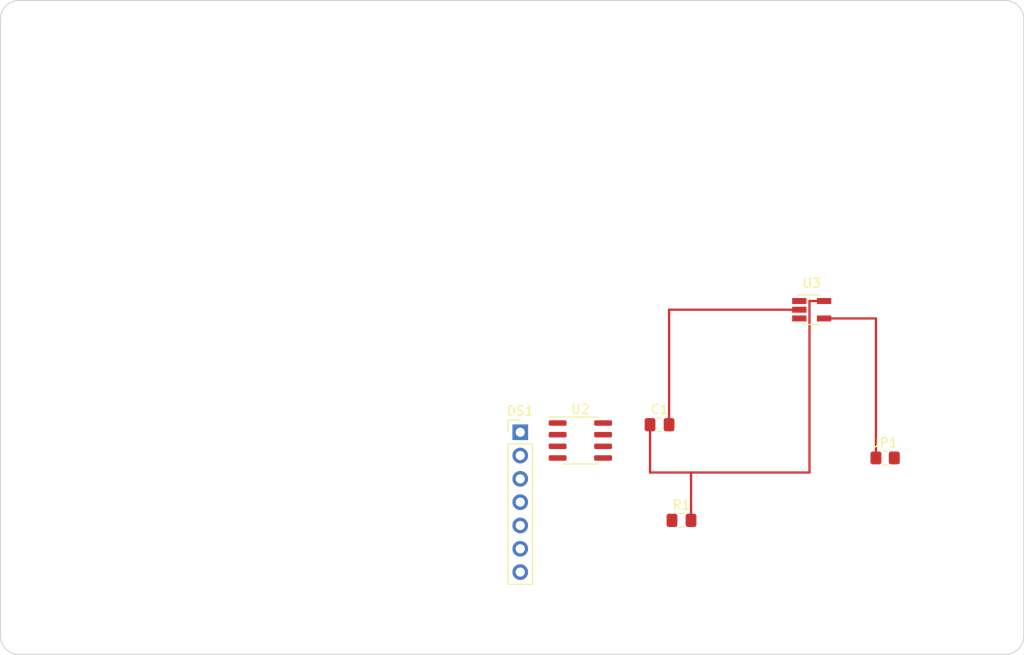
<source format=kicad_pcb>
(kicad_pcb (version 20221018) (generator pcbnew)
  (layers (0 "F.Cu" signal) (31 "B.Cu" signal) (34 "B.Paste" user) (35 "F.Paste" user) (36 "B.SilkS" user "B.Silkscreen") (37 "F.SilkS" user "F.Silkscreen") (38 "B.Mask" user) (39 "F.Mask" user) (44 "Edge.Cuts" user))
  (net 0 "")
  (net 1 "Net-(Q1-D)")
  (net 2 "GND")
  (net 10 "Net-(JP1-A)")
  (net 11 "Net-(JP1-B)")
  (net 12 "Net-(F1-Pad2)")
  (footprint "Resistor_SMD:R_0805_2012Metric_Pad1.20x1.40mm_HandSolder" (layer "F.Cu") (at 178.75 111.55)
    (fp_text reference "JP1" (at 0 -1.65) (layer "F.SilkS"))
    (fp_text value "Jumper_2_Bridged")
    (fp_line (start -0.227064 -0.735) (end 0.227064 -0.735) (stroke (width 0.12)) (layer "F.SilkS"))
    (fp_line (start -0.227064 0.735) (end 0.227064 0.735) (stroke (width 0.12)) (layer "F.SilkS"))
    (pad "1" smd roundrect (at -1 0) (size 1.2 1.4) (layers "F.Cu" "F.Paste" "F.Mask") (roundrect_rratio 0.208333) (net 10 "Net-(JP1-A)"))
    (pad "2" smd roundrect (at 1 0) (size 1.2 1.4) (layers "F.Cu" "F.Paste" "F.Mask") (roundrect_rratio 0.208333) (net 11 "Net-(JP1-B)"))
  )
  (footprint "Capacitor_SMD:C_0805_2012Metric_Pad1.18x1.45mm_HandSolder" (layer "F.Cu") (at 154.17 107.93)
    (fp_text reference "C1" (at 0 -1.68) (layer "F.SilkS"))
    (fp_text value "10uF")
    (fp_line (start -0.261252 -0.735) (end 0.261252 -0.735) (stroke (width 0.12)) (layer "F.SilkS"))
    (fp_line (start -0.261252 0.735) (end 0.261252 0.735) (stroke (width 0.12)) (layer "F.SilkS"))
    (pad "1" smd roundrect (at -1.0375 0) (size 1.175 1.45) (layers "F.Cu" "F.Paste" "F.Mask") (roundrect_rratio 0.212766) (net 1 "Net-(Q1-D)"))
    (pad "2" smd roundrect (at 1.0375 0) (size 1.175 1.45) (layers "F.Cu" "F.Paste" "F.Mask") (roundrect_rratio 0.212766) (net 2 "GND"))
  )
  (footprint "Capacitor_SMD:C_0805_2012Metric_Pad1.18x1.45mm_HandSolder" (layer "F.Cu") (at 156.5625 118.35)
    (fp_text reference "R1" (at 0 -1.68) (layer "F.SilkS"))
    (fp_text value "16R")
    (fp_line (start -0.261252 -0.735) (end 0.261252 -0.735) (stroke (width 0.12)) (layer "F.SilkS"))
    (fp_line (start -0.261252 0.735) (end 0.261252 0.735) (stroke (width 0.12)) (layer "F.SilkS"))
    (pad "1" smd roundrect (at -1.0375 0) (size 1.175 1.45) (layers "F.Cu" "F.Paste" "F.Mask") (roundrect_rratio 0.212766) (net 12 "Net-(F1-Pad2)"))
    (pad "2" smd roundrect (at 1.0375 0) (size 1.175 1.45) (layers "F.Cu" "F.Paste" "F.Mask") (roundrect_rratio 0.212766) (net 1 "Net-(Q1-D)"))
  )
  (footprint "Package_SO:SOIC-8_3.9x4.9mm_P1.27mm" (layer "F.Cu") (at 145.54 109.65)
    (fp_text reference "U2" (at 0 -3.4) (layer "F.SilkS"))
    (fp_text value "MAX33011EASA+")
    (fp_line (start 0 -2.56) (end -3.45 -2.56) (stroke (width 0.12)) (layer "F.SilkS"))
    (fp_line (start 0 -2.56) (end 1.95 -2.56) (stroke (width 0.12)) (layer "F.SilkS"))
    (fp_line (start 0 2.56) (end -1.95 2.56) (stroke (width 0.12)) (layer "F.SilkS"))
    (fp_line (start 0 2.56) (end 1.95 2.56) (stroke (width 0.12)) (layer "F.SilkS"))
    (pad "1" smd roundrect (at -2.475 -1.905) (size 1.95 0.6) (layers "F.Cu" "F.Paste" "F.Mask"))
    (pad "2" smd roundrect (at -2.475 -0.635) (size 1.95 0.6) (layers "F.Cu" "F.Paste" "F.Mask"))
    (pad "3" smd roundrect (at -2.475 0.635) (size 1.95 0.6) (layers "F.Cu" "F.Paste" "F.Mask"))
    (pad "4" smd roundrect (at -2.475 1.905) (size 1.95 0.6) (layers "F.Cu" "F.Paste" "F.Mask"))
    (pad "5" smd roundrect (at 2.475 1.905) (size 1.95 0.6) (layers "F.Cu" "F.Paste" "F.Mask"))
    (pad "6" smd roundrect (at 2.475 0.635) (size 1.95 0.6) (layers "F.Cu" "F.Paste" "F.Mask"))
    (pad "7" smd roundrect (at 2.475 -0.635) (size 1.95 0.6) (layers "F.Cu" "F.Paste" "F.Mask"))
    (pad "8" smd roundrect (at 2.475 -1.905) (size 1.95 0.6) (layers "F.Cu" "F.Paste" "F.Mask"))
  )
  (footprint "Package_TO_SOT_SMD:SOT-23-5_HandSoldering" (layer "F.Cu") (at 170.75 95.4)
    (fp_text reference "U3" (at 0 -2.9) (layer "F.SilkS"))
    (fp_text value "TPS2400")
    (fp_line (start -0.9 1.61) (end 0.9 1.61) (stroke (width 0.12)) (layer "F.SilkS"))
    (fp_line (start 0.9 -1.61) (end -1.55 -1.61) (stroke (width 0.12)) (layer "F.SilkS"))
    (pad "1" smd rect (at -1.35 -0.95) (size 1.56 0.65) (layers "F.Cu" "F.Paste" "F.Mask"))
    (pad "2" smd rect (at -1.35 0) (size 1.56 0.65) (layers "F.Cu" "F.Paste" "F.Mask") (net 2 "GND"))
    (pad "3" smd rect (at -1.35 0.95) (size 1.56 0.65) (layers "F.Cu" "F.Paste" "F.Mask"))
    (pad "4" smd rect (at 1.35 0.95) (size 1.56 0.65) (layers "F.Cu" "F.Paste" "F.Mask") (net 10 "Net-(JP1-A)"))
    (pad "5" smd rect (at 1.35 -0.95) (size 1.56 0.65) (layers "F.Cu" "F.Paste" "F.Mask") (net 1 "Net-(Q1-D)"))
  )
  (footprint "Connector_PinHeader_2.54mm:PinHeader_1x07_P2.54mm_Vertical" (layer "F.Cu") (at 138.99 108.75)
    (fp_text reference "DS1" (at 0 -2.33) (layer "F.SilkS"))
    (fp_text value "SSD1309")
    (fp_line (start -1.33 -1.33) (end 0 -1.33) (stroke (width 0.12)) (layer "F.SilkS"))
    (fp_line (start -1.33 0) (end -1.33 -1.33) (stroke (width 0.12)) (layer "F.SilkS"))
    (fp_line (start -1.33 1.27) (end -1.33 16.57) (stroke (width 0.12)) (layer "F.SilkS"))
    (fp_line (start -1.33 1.27) (end 1.33 1.27) (stroke (width 0.12)) (layer "F.SilkS"))
    (fp_line (start -1.33 16.57) (end 1.33 16.57) (stroke (width 0.12)) (layer "F.SilkS"))
    (fp_line (start 1.33 1.27) (end 1.33 16.57) (stroke (width 0.12)) (layer "F.SilkS"))
    (pad "1" thru_hole rect (at 0 0) (size 1.7 1.7) (drill 1) (layers "*.Cu" "*.Mask"))
    (pad "2" thru_hole oval (at 0 2.54) (size 1.7 1.7) (drill 1) (layers "*.Cu" "*.Mask"))
    (pad "3" thru_hole oval (at 0 5.08) (size 1.7 1.7) (drill 1) (layers "*.Cu" "*.Mask"))
    (pad "4" thru_hole oval (at 0 7.62) (size 1.7 1.7) (drill 1) (layers "*.Cu" "*.Mask"))
    (pad "5" thru_hole oval (at 0 10.16) (size 1.7 1.7) (drill 1) (layers "*.Cu" "*.Mask"))
    (pad "6" thru_hole oval (at 0 12.7) (size 1.7 1.7) (drill 1) (layers "*.Cu" "*.Mask"))
    (pad "7" thru_hole oval (at 0 15.24) (size 1.7 1.7) (drill 1) (layers "*.Cu" "*.Mask"))
  )
  (gr_arc (start 82.35 63.7) (mid 82.935786 62.285786) (end 84.35 61.7) (stroke (width 0.1)) (layer "Edge.Cuts"))
  (gr_line (start 84.35 61.7) (end 191.85 61.7) (stroke (width 0.1)) (layer "Edge.Cuts"))
  (gr_line (start 82.35 130.95) (end 82.35 63.7) (stroke (width 0.1)) (layer "Edge.Cuts"))
  (gr_arc (start 84.35 132.95) (mid 82.935786 132.364214) (end 82.35 130.95) (stroke (width 0.1)) (layer "Edge.Cuts"))
  (gr_line (start 191.85 132.95) (end 84.35 132.95) (stroke (width 0.1)) (layer "Edge.Cuts"))
  (gr_arc (start 193.85 130.95) (mid 193.264214 132.364214) (end 191.85 132.95) (stroke (width 0.1)) (layer "Edge.Cuts"))
  (gr_arc (start 191.85 61.7) (mid 193.264214 62.285786) (end 193.85 63.7) (stroke (width 0.1)) (layer "Edge.Cuts"))
  (gr_line (start 193.85 63.7) (end 193.85 130.95) (stroke (width 0.1)) (layer "Edge.Cuts"))
  (segment (start 170.5069 94.45) (end 172.1 94.45) (width 0.25) (layer "F.Cu") (net 1))
  (segment (start 157.6 113.14) (end 157.6 118.35) (width 0.25) (layer "F.Cu") (net 1))
  (segment (start 170.5069 113.14) (end 170.5069 94.45) (width 0.25) (layer "F.Cu") (net 1))
  (segment (start 153.1325 107.93) (end 153.1325 113.14) (width 0.25) (layer "F.Cu") (net 1))
  (segment (start 153.1325 113.14) (end 157.6 113.14) (width 0.25) (layer "F.Cu") (net 1))
  (segment (start 157.6 113.14) (end 170.5069 113.14) (width 0.25) (layer "F.Cu") (net 1))
  (segment (start 155.2075 95.4) (end 169.4 95.4) (width 0.25) (layer "F.Cu") (net 2))
  (segment (start 155.2075 107.93) (end 155.2075 95.4) (width 0.25) (layer "F.Cu") (net 2))
  (segment (start 177.75 96.35) (end 172.1 96.35) (width 0.25) (layer "F.Cu") (net 10))
  (segment (start 177.75 111.55) (end 177.75 96.35) (width 0.25) (layer "F.Cu") (net 10))
)
</source>
